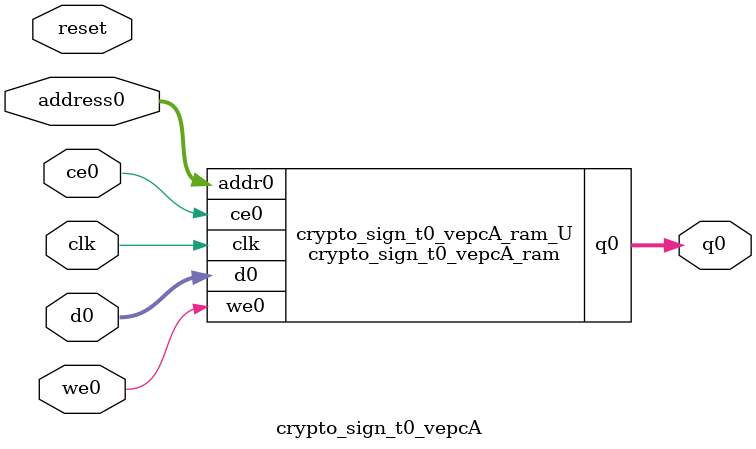
<source format=v>

`timescale 1 ns / 1 ps
module crypto_sign_t0_vepcA_ram (addr0, ce0, d0, we0, q0,  clk);

parameter DWIDTH = 32;
parameter AWIDTH = 11;
parameter MEM_SIZE = 1280;

input[AWIDTH-1:0] addr0;
input ce0;
input[DWIDTH-1:0] d0;
input we0;
output reg[DWIDTH-1:0] q0;
input clk;

(* ram_style = "block" *)reg [DWIDTH-1:0] ram[0:MEM_SIZE-1];




always @(posedge clk)  
begin 
    if (ce0) 
    begin
        if (we0) 
        begin 
            ram[addr0] <= d0; 
            q0 <= d0;
        end 
        else 
            q0 <= ram[addr0];
    end
end


endmodule


`timescale 1 ns / 1 ps
module crypto_sign_t0_vepcA(
    reset,
    clk,
    address0,
    ce0,
    we0,
    d0,
    q0);

parameter DataWidth = 32'd32;
parameter AddressRange = 32'd1280;
parameter AddressWidth = 32'd11;
input reset;
input clk;
input[AddressWidth - 1:0] address0;
input ce0;
input we0;
input[DataWidth - 1:0] d0;
output[DataWidth - 1:0] q0;



crypto_sign_t0_vepcA_ram crypto_sign_t0_vepcA_ram_U(
    .clk( clk ),
    .addr0( address0 ),
    .ce0( ce0 ),
    .we0( we0 ),
    .d0( d0 ),
    .q0( q0 ));

endmodule


</source>
